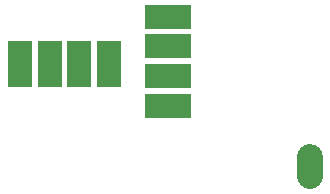
<source format=gbp>
G04*
G04 #@! TF.GenerationSoftware,Altium Limited,Altium Designer,22.11.1 (43)*
G04*
G04 Layer_Color=128*
%FSLAX44Y44*%
%MOMM*%
G71*
G04*
G04 #@! TF.SameCoordinates,BDB78580-9DC3-4381-8F3F-6093B5378177*
G04*
G04*
G04 #@! TF.FilePolarity,Positive*
G04*
G01*
G75*
%ADD65R,4.0000X2.1000*%
%ADD66R,2.1000X4.0000*%
%ADD67C,2.2000*%
D65*
X930000Y1245000D02*
D03*
Y1195000D02*
D03*
Y1170000D02*
D03*
Y1220000D02*
D03*
D66*
X880000Y1205000D02*
D03*
X855000D02*
D03*
X805000D02*
D03*
X830000D02*
D03*
D67*
X1050000Y1110000D02*
Y1126304D01*
M02*

</source>
